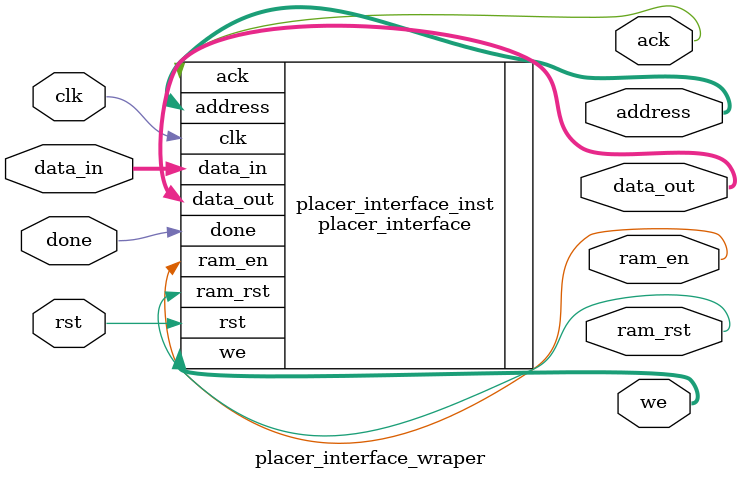
<source format=v>
module placer_interface_wraper(input wire clk,
                        input wire rst,
                        input wire done,
                        output wire ack,
                        
                        output wire [12:0] address,
                        output wire [31:0] data_out,
                        input wire [31:0] data_in,
                        output wire [3:0] we,
                        output wire ram_en,
                        output wire ram_rst
);

    placer_interface placer_interface_inst(.clk(clk),
                                           .rst(rst),
                                           .done(done),
                                           .ack(ack),
                                           
                                           .address(address),
                                           .data_out(data_out),
                                           .data_in(data_in),
                                           .we(we),
                                           .ram_en(ram_en),
                                           .ram_rst(ram_rst));

endmodule
</source>
